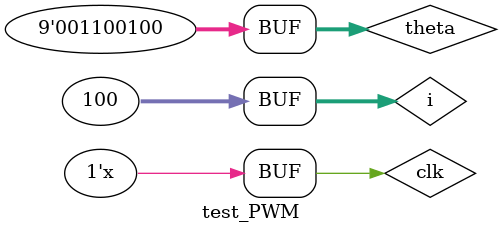
<source format=v>
`timescale 1ns / 1ps


module test_PWM;

	// Inputs
	reg clk;
	reg [8:0] theta;
	integer i = 0;
	// Outputs
	wire pulse;

	// Instantiate the Unit Under Test (UUT)
	PWM_control uut (
		.clk(clk), 
		.theta(theta), 
		.pulse(pulse)
	);

	initial begin
		// Initialize Inputs
		clk = 0;
		theta = 0;

		// Wait 100 ns for global reset to finish
		#100;
        
		// Add stimulus here

	for(i = 0; i < 100; i = i + 1)
	begin
		theta = theta + 1'd1;
		#80000000;  // 4 20ms cycles
	end

	end

	always 
	#5 clk = ~clk;




      
endmodule


</source>
